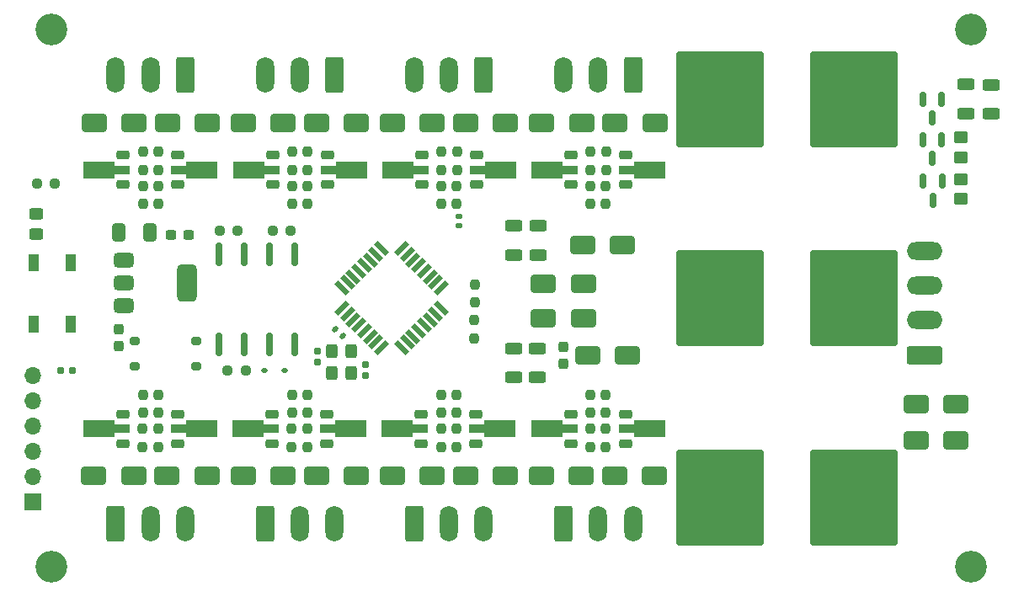
<source format=gbr>
%TF.GenerationSoftware,KiCad,Pcbnew,8.0.2*%
%TF.CreationDate,2024-10-12T15:12:06+02:00*%
%TF.ProjectId,OSSD-8A,4f535344-2d38-4412-9e6b-696361645f70,rev?*%
%TF.SameCoordinates,Original*%
%TF.FileFunction,Soldermask,Top*%
%TF.FilePolarity,Negative*%
%FSLAX46Y46*%
G04 Gerber Fmt 4.6, Leading zero omitted, Abs format (unit mm)*
G04 Created by KiCad (PCBNEW 8.0.2) date 2024-10-12 15:12:06*
%MOMM*%
%LPD*%
G01*
G04 APERTURE LIST*
G04 Aperture macros list*
%AMRoundRect*
0 Rectangle with rounded corners*
0 $1 Rounding radius*
0 $2 $3 $4 $5 $6 $7 $8 $9 X,Y pos of 4 corners*
0 Add a 4 corners polygon primitive as box body*
4,1,4,$2,$3,$4,$5,$6,$7,$8,$9,$2,$3,0*
0 Add four circle primitives for the rounded corners*
1,1,$1+$1,$2,$3*
1,1,$1+$1,$4,$5*
1,1,$1+$1,$6,$7*
1,1,$1+$1,$8,$9*
0 Add four rect primitives between the rounded corners*
20,1,$1+$1,$2,$3,$4,$5,0*
20,1,$1+$1,$4,$5,$6,$7,0*
20,1,$1+$1,$6,$7,$8,$9,0*
20,1,$1+$1,$8,$9,$2,$3,0*%
%AMRotRect*
0 Rectangle, with rotation*
0 The origin of the aperture is its center*
0 $1 length*
0 $2 width*
0 $3 Rotation angle, in degrees counterclockwise*
0 Add horizontal line*
21,1,$1,$2,0,0,$3*%
%AMFreePoly0*
4,1,9,3.862500,-0.866500,0.737500,-0.866500,0.737500,-0.450000,-0.737500,-0.450000,-0.737500,0.450000,0.737500,0.450000,0.737500,0.866500,3.862500,0.866500,3.862500,-0.866500,3.862500,-0.866500,$1*%
G04 Aperture macros list end*
%ADD10RoundRect,0.250000X0.450000X-0.325000X0.450000X0.325000X-0.450000X0.325000X-0.450000X-0.325000X0*%
%ADD11RoundRect,0.250000X-0.412500X-0.650000X0.412500X-0.650000X0.412500X0.650000X-0.412500X0.650000X0*%
%ADD12RoundRect,0.225000X0.425000X0.225000X-0.425000X0.225000X-0.425000X-0.225000X0.425000X-0.225000X0*%
%ADD13FreePoly0,180.000000*%
%ADD14RoundRect,0.237500X-0.237500X0.250000X-0.237500X-0.250000X0.237500X-0.250000X0.237500X0.250000X0*%
%ADD15RoundRect,0.250000X1.000000X0.650000X-1.000000X0.650000X-1.000000X-0.650000X1.000000X-0.650000X0*%
%ADD16RoundRect,0.237500X0.237500X-0.250000X0.237500X0.250000X-0.237500X0.250000X-0.237500X-0.250000X0*%
%ADD17RoundRect,0.250000X0.625000X-0.312500X0.625000X0.312500X-0.625000X0.312500X-0.625000X-0.312500X0*%
%ADD18RoundRect,0.249999X4.150001X4.550001X-4.150001X4.550001X-4.150001X-4.550001X4.150001X-4.550001X0*%
%ADD19RoundRect,0.225000X-0.425000X-0.225000X0.425000X-0.225000X0.425000X0.225000X-0.425000X0.225000X0*%
%ADD20FreePoly0,0.000000*%
%ADD21RoundRect,0.200000X-0.300000X-0.200000X0.300000X-0.200000X0.300000X0.200000X-0.300000X0.200000X0*%
%ADD22RoundRect,0.140000X0.219203X0.021213X0.021213X0.219203X-0.219203X-0.021213X-0.021213X-0.219203X0*%
%ADD23RoundRect,0.250000X-0.625000X0.312500X-0.625000X-0.312500X0.625000X-0.312500X0.625000X0.312500X0*%
%ADD24RotRect,1.600000X0.550000X45.000000*%
%ADD25RotRect,1.600000X0.550000X135.000000*%
%ADD26RoundRect,0.250000X0.650000X1.550000X-0.650000X1.550000X-0.650000X-1.550000X0.650000X-1.550000X0*%
%ADD27O,1.800000X3.600000*%
%ADD28RoundRect,0.250000X-1.000000X-0.650000X1.000000X-0.650000X1.000000X0.650000X-1.000000X0.650000X0*%
%ADD29RoundRect,0.237500X-0.237500X0.300000X-0.237500X-0.300000X0.237500X-0.300000X0.237500X0.300000X0*%
%ADD30RoundRect,0.237500X0.300000X0.237500X-0.300000X0.237500X-0.300000X-0.237500X0.300000X-0.237500X0*%
%ADD31R,1.700000X1.700000*%
%ADD32O,1.700000X1.700000*%
%ADD33RoundRect,0.300000X-0.300000X0.400000X-0.300000X-0.400000X0.300000X-0.400000X0.300000X0.400000X0*%
%ADD34C,3.200000*%
%ADD35RoundRect,0.155000X-0.155000X0.212500X-0.155000X-0.212500X0.155000X-0.212500X0.155000X0.212500X0*%
%ADD36RoundRect,0.237500X-0.250000X-0.237500X0.250000X-0.237500X0.250000X0.237500X-0.250000X0.237500X0*%
%ADD37RoundRect,0.250000X-0.650000X-1.550000X0.650000X-1.550000X0.650000X1.550000X-0.650000X1.550000X0*%
%ADD38R,1.100000X1.800000*%
%ADD39RoundRect,0.162500X0.162500X-1.012500X0.162500X1.012500X-0.162500X1.012500X-0.162500X-1.012500X0*%
%ADD40RoundRect,0.150000X-0.150000X0.587500X-0.150000X-0.587500X0.150000X-0.587500X0.150000X0.587500X0*%
%ADD41RoundRect,0.250000X1.550000X-0.650000X1.550000X0.650000X-1.550000X0.650000X-1.550000X-0.650000X0*%
%ADD42O,3.600000X1.800000*%
%ADD43RoundRect,0.112500X-0.187500X-0.112500X0.187500X-0.112500X0.187500X0.112500X-0.187500X0.112500X0*%
%ADD44RoundRect,0.140000X-0.170000X0.140000X-0.170000X-0.140000X0.170000X-0.140000X0.170000X0.140000X0*%
%ADD45RoundRect,0.237500X0.237500X-0.300000X0.237500X0.300000X-0.237500X0.300000X-0.237500X-0.300000X0*%
%ADD46RoundRect,0.160000X0.197500X0.160000X-0.197500X0.160000X-0.197500X-0.160000X0.197500X-0.160000X0*%
%ADD47RoundRect,0.155000X0.155000X-0.212500X0.155000X0.212500X-0.155000X0.212500X-0.155000X-0.212500X0*%
%ADD48RoundRect,0.250000X0.450000X-0.350000X0.450000X0.350000X-0.450000X0.350000X-0.450000X-0.350000X0*%
%ADD49RoundRect,0.375000X-0.625000X-0.375000X0.625000X-0.375000X0.625000X0.375000X-0.625000X0.375000X0*%
%ADD50RoundRect,0.500000X-0.500000X-1.400000X0.500000X-1.400000X0.500000X1.400000X-0.500000X1.400000X0*%
G04 APERTURE END LIST*
D10*
%TO.C,D4*%
X90500000Y-41025000D03*
X90500000Y-38975000D03*
%TD*%
D11*
%TO.C,C303*%
X98795500Y-40903000D03*
X101920500Y-40903000D03*
%TD*%
D12*
%TO.C,Q41*%
X99236000Y-62127500D03*
D13*
X99148500Y-60627500D03*
D12*
X99236000Y-59127500D03*
%TD*%
D14*
%TO.C,R53*%
X102806000Y-32763500D03*
X102806000Y-34588500D03*
%TD*%
D15*
%TO.C,D1503*%
X182975000Y-61824000D03*
X178975000Y-61824000D03*
%TD*%
D16*
%TO.C,R43*%
X101194000Y-62429000D03*
X101194000Y-60604000D03*
%TD*%
D14*
%TO.C,R73*%
X132806000Y-32763500D03*
X132806000Y-34588500D03*
%TD*%
D16*
%TO.C,R13*%
X146194000Y-62429000D03*
X146194000Y-60604000D03*
%TD*%
D17*
%TO.C,R103*%
X138500000Y-55462500D03*
X138500000Y-52537500D03*
%TD*%
%TO.C,R104*%
X140913000Y-55462500D03*
X140913000Y-52537500D03*
%TD*%
D18*
%TO.C,C1502*%
X172750000Y-47500000D03*
X159250000Y-47500000D03*
%TD*%
D19*
%TO.C,Q22*%
X134734000Y-59127500D03*
D20*
X134821500Y-60627500D03*
D19*
X134734000Y-62127500D03*
%TD*%
D21*
%TO.C,D301*%
X100430000Y-51816000D03*
X100430000Y-54356000D03*
X106580000Y-54356000D03*
X106580000Y-51816000D03*
%TD*%
D16*
%TO.C,R72*%
X131253000Y-38017500D03*
X131253000Y-36192500D03*
%TD*%
D22*
%TO.C,C3*%
X121285361Y-51322047D03*
X120606539Y-50643225D03*
%TD*%
D15*
%TO.C,D11*%
X145302000Y-65326500D03*
X141302000Y-65326500D03*
%TD*%
D23*
%TO.C,R101*%
X140947000Y-40193500D03*
X140947000Y-43118500D03*
%TD*%
D16*
%TO.C,R14*%
X147747000Y-62429000D03*
X147747000Y-60604000D03*
%TD*%
D19*
%TO.C,Q81*%
X149764000Y-33065000D03*
D20*
X149851500Y-34565000D03*
D19*
X149764000Y-36065000D03*
%TD*%
D16*
%TO.C,R62*%
X116253000Y-38017500D03*
X116253000Y-36192500D03*
%TD*%
D15*
%TO.C,D82*%
X145332000Y-29866000D03*
X141332000Y-29866000D03*
%TD*%
D19*
%TO.C,Q71*%
X134764000Y-33065000D03*
D20*
X134851500Y-34565000D03*
D19*
X134764000Y-36065000D03*
%TD*%
D24*
%TO.C,U1*%
X121252897Y-48523305D03*
X121818583Y-49088990D03*
X122384268Y-49654676D03*
X122949953Y-50220361D03*
X123515639Y-50786047D03*
X124081324Y-51351732D03*
X124647010Y-51917417D03*
X125212695Y-52483103D03*
D25*
X127263305Y-52483103D03*
X127828990Y-51917417D03*
X128394676Y-51351732D03*
X128960361Y-50786047D03*
X129526047Y-50220361D03*
X130091732Y-49654676D03*
X130657417Y-49088990D03*
X131223103Y-48523305D03*
D24*
X131223103Y-46472695D03*
X130657417Y-45907010D03*
X130091732Y-45341324D03*
X129526047Y-44775639D03*
X128960361Y-44209953D03*
X128394676Y-43644268D03*
X127828990Y-43078583D03*
X127263305Y-42512897D03*
D25*
X125212695Y-42512897D03*
X124647010Y-43078583D03*
X124081324Y-43644268D03*
X123515639Y-44209953D03*
X122949953Y-44775639D03*
X122384268Y-45341324D03*
X121818583Y-45907010D03*
X121252897Y-46472695D03*
%TD*%
D12*
%TO.C,Q11*%
X144236000Y-62127500D03*
D13*
X144148500Y-60627500D03*
D12*
X144236000Y-59127500D03*
%TD*%
D26*
%TO.C,J61*%
X120500000Y-25000000D03*
D27*
X117000000Y-25000000D03*
X113500000Y-25000000D03*
%TD*%
D16*
%TO.C,R23*%
X131194000Y-62429000D03*
X131194000Y-60604000D03*
%TD*%
D14*
%TO.C,R83*%
X147806000Y-32763500D03*
X147806000Y-34588500D03*
%TD*%
D28*
%TO.C,D61*%
X118698000Y-29866000D03*
X122698000Y-29866000D03*
%TD*%
D14*
%TO.C,R41*%
X101223000Y-57175000D03*
X101223000Y-59000000D03*
%TD*%
D29*
%TO.C,C301*%
X98806000Y-50572500D03*
X98806000Y-52297500D03*
%TD*%
D19*
%TO.C,Q42*%
X104734000Y-59127500D03*
D20*
X104821500Y-60627500D03*
D19*
X104734000Y-62127500D03*
%TD*%
%TO.C,Q32*%
X119734000Y-59127500D03*
D20*
X119821500Y-60627500D03*
D19*
X119734000Y-62127500D03*
%TD*%
D30*
%TO.C,C302*%
X105792500Y-41157000D03*
X104067500Y-41157000D03*
%TD*%
D19*
%TO.C,Q61*%
X119764000Y-33065000D03*
D20*
X119851500Y-34565000D03*
D19*
X119764000Y-36065000D03*
%TD*%
D31*
%TO.C,J3*%
X90170000Y-67945000D03*
D32*
X90170000Y-65405000D03*
X90170000Y-62865000D03*
X90170000Y-60325000D03*
X90170000Y-57785000D03*
X90170000Y-55245000D03*
%TD*%
D15*
%TO.C,D502*%
X145500000Y-49500000D03*
X141500000Y-49500000D03*
%TD*%
D14*
%TO.C,R21*%
X131223000Y-57175000D03*
X131223000Y-59000000D03*
%TD*%
%TO.C,R64*%
X116253000Y-32763500D03*
X116253000Y-34588500D03*
%TD*%
D16*
%TO.C,R52*%
X101253000Y-38017500D03*
X101253000Y-36192500D03*
%TD*%
D33*
%TO.C,Y1*%
X120264361Y-52813047D03*
X120264361Y-55013047D03*
X122164361Y-55013047D03*
X122164361Y-52813047D03*
%TD*%
D15*
%TO.C,D52*%
X100332000Y-29866000D03*
X96332000Y-29866000D03*
%TD*%
D34*
%TO.C,REF\u002A\u002A*%
X184500000Y-20500000D03*
%TD*%
D14*
%TO.C,R22*%
X132747000Y-57175000D03*
X132747000Y-59000000D03*
%TD*%
D19*
%TO.C,Q12*%
X149734000Y-59127500D03*
D20*
X149821500Y-60627500D03*
D19*
X149734000Y-62127500D03*
%TD*%
D35*
%TO.C,C2*%
X123571361Y-54124047D03*
X123571361Y-55259047D03*
%TD*%
D28*
%TO.C,D81*%
X148698000Y-29866000D03*
X152698000Y-29866000D03*
%TD*%
D36*
%TO.C,R4*%
X114276500Y-40687000D03*
X116101500Y-40687000D03*
%TD*%
D34*
%TO.C,REF\u002A\u002A*%
X92000000Y-20500000D03*
%TD*%
D15*
%TO.C,D21*%
X130302000Y-65326500D03*
X126302000Y-65326500D03*
%TD*%
D37*
%TO.C,J21*%
X128500000Y-70192500D03*
D27*
X132000000Y-70192500D03*
X135500000Y-70192500D03*
%TD*%
D28*
%TO.C,D32*%
X118668000Y-65326500D03*
X122668000Y-65326500D03*
%TD*%
D38*
%TO.C,SW1*%
X93980000Y-43900000D03*
X93980000Y-50100000D03*
X90280000Y-43900000D03*
X90280000Y-50100000D03*
%TD*%
D12*
%TO.C,Q62*%
X114266000Y-36065000D03*
D13*
X114178500Y-34565000D03*
D12*
X114266000Y-33065000D03*
%TD*%
D18*
%TO.C,C1501*%
X172750000Y-27500000D03*
X159250000Y-27500000D03*
%TD*%
D28*
%TO.C,D51*%
X103698000Y-29866000D03*
X107698000Y-29866000D03*
%TD*%
D14*
%TO.C,R32*%
X117747000Y-57175000D03*
X117747000Y-59000000D03*
%TD*%
D37*
%TO.C,J11*%
X143500000Y-70192500D03*
D27*
X147000000Y-70192500D03*
X150500000Y-70192500D03*
%TD*%
D15*
%TO.C,D1501*%
X182975000Y-58166000D03*
X178975000Y-58166000D03*
%TD*%
D39*
%TO.C,U3*%
X108839000Y-52150000D03*
X111379000Y-52150000D03*
X113919000Y-52150000D03*
X116459000Y-52150000D03*
X116459000Y-43100000D03*
X113919000Y-43100000D03*
X111379000Y-43100000D03*
X108839000Y-43100000D03*
%TD*%
D40*
%TO.C,Q1502*%
X181542000Y-31535500D03*
X179642000Y-31535500D03*
X180592000Y-33410500D03*
%TD*%
D12*
%TO.C,Q82*%
X144266000Y-36065000D03*
D13*
X144178500Y-34565000D03*
D12*
X144266000Y-33065000D03*
%TD*%
D15*
%TO.C,D31*%
X115302000Y-65326500D03*
X111302000Y-65326500D03*
%TD*%
D14*
%TO.C,R1505*%
X134587500Y-46077500D03*
X134587500Y-47902500D03*
%TD*%
D12*
%TO.C,Q21*%
X129236000Y-62127500D03*
D13*
X129148500Y-60627500D03*
D12*
X129236000Y-59127500D03*
%TD*%
D16*
%TO.C,R24*%
X132747000Y-62429000D03*
X132747000Y-60604000D03*
%TD*%
D34*
%TO.C,REF\u002A\u002A*%
X92000000Y-74500000D03*
%TD*%
D37*
%TO.C,J41*%
X98500000Y-70192500D03*
D27*
X102000000Y-70192500D03*
X105500000Y-70192500D03*
%TD*%
D18*
%TO.C,C1503*%
X172750000Y-67500000D03*
X159250000Y-67500000D03*
%TD*%
D15*
%TO.C,D501*%
X145500000Y-46000000D03*
X141500000Y-46000000D03*
%TD*%
D23*
%TO.C,R102*%
X138500000Y-40193500D03*
X138500000Y-43118500D03*
%TD*%
D41*
%TO.C,J62*%
X179820500Y-53201000D03*
D42*
X179820500Y-49701000D03*
X179820500Y-46201000D03*
X179820500Y-42701000D03*
%TD*%
D23*
%TO.C,R1503*%
X186500000Y-26037500D03*
X186500000Y-28962500D03*
%TD*%
D14*
%TO.C,R63*%
X117806000Y-32763500D03*
X117806000Y-34588500D03*
%TD*%
D19*
%TO.C,Q51*%
X104764000Y-33065000D03*
D20*
X104851500Y-34565000D03*
D19*
X104764000Y-36065000D03*
%TD*%
D28*
%TO.C,D42*%
X103668000Y-65326500D03*
X107668000Y-65326500D03*
%TD*%
D15*
%TO.C,D62*%
X115332000Y-29866000D03*
X111332000Y-29866000D03*
%TD*%
D43*
%TO.C,D1*%
X113411000Y-54784000D03*
X115511000Y-54784000D03*
%TD*%
D44*
%TO.C,C101*%
X132969000Y-39271000D03*
X132969000Y-40231000D03*
%TD*%
D14*
%TO.C,R74*%
X131253000Y-32763500D03*
X131253000Y-34588500D03*
%TD*%
D40*
%TO.C,Q1501*%
X181590000Y-35738000D03*
X179690000Y-35738000D03*
X180640000Y-37613000D03*
%TD*%
D26*
%TO.C,J81*%
X150500000Y-25000000D03*
D27*
X147000000Y-25000000D03*
X143500000Y-25000000D03*
%TD*%
D45*
%TO.C,C501*%
X143510000Y-54075500D03*
X143510000Y-52350500D03*
%TD*%
D28*
%TO.C,D22*%
X133668000Y-65326500D03*
X137668000Y-65326500D03*
%TD*%
D15*
%TO.C,D503*%
X149955000Y-53213000D03*
X145955000Y-53213000D03*
%TD*%
D46*
%TO.C,R2*%
X94133500Y-54749000D03*
X92938500Y-54749000D03*
%TD*%
D15*
%TO.C,D41*%
X100302000Y-65326500D03*
X96302000Y-65326500D03*
%TD*%
D47*
%TO.C,C1*%
X118745361Y-53921547D03*
X118745361Y-52786547D03*
%TD*%
D12*
%TO.C,Q72*%
X129266000Y-36065000D03*
D13*
X129178500Y-34565000D03*
D12*
X129266000Y-33065000D03*
%TD*%
D16*
%TO.C,R82*%
X146253000Y-38017500D03*
X146253000Y-36192500D03*
%TD*%
D48*
%TO.C,R1501*%
X183500000Y-37500000D03*
X183500000Y-35500000D03*
%TD*%
D14*
%TO.C,R54*%
X101253000Y-32763500D03*
X101253000Y-34588500D03*
%TD*%
D49*
%TO.C,U301*%
X99339000Y-43674000D03*
X99339000Y-45974000D03*
D50*
X105639000Y-45974000D03*
D49*
X99339000Y-48274000D03*
%TD*%
D40*
%TO.C,Q1503*%
X181529000Y-27513000D03*
X179629000Y-27513000D03*
X180579000Y-29388000D03*
%TD*%
D14*
%TO.C,R11*%
X146223000Y-57175000D03*
X146223000Y-59000000D03*
%TD*%
D48*
%TO.C,R1502*%
X183500000Y-33309000D03*
X183500000Y-31309000D03*
%TD*%
D15*
%TO.C,D504*%
X149415000Y-42164000D03*
X145415000Y-42164000D03*
%TD*%
D14*
%TO.C,R42*%
X102747000Y-57175000D03*
X102747000Y-59000000D03*
%TD*%
D16*
%TO.C,R44*%
X102747000Y-62429000D03*
X102747000Y-60604000D03*
%TD*%
%TO.C,R33*%
X116194000Y-62429000D03*
X116194000Y-60604000D03*
%TD*%
D36*
%TO.C,R3*%
X108942500Y-40687000D03*
X110767500Y-40687000D03*
%TD*%
D16*
%TO.C,R34*%
X117747000Y-62429000D03*
X117747000Y-60604000D03*
%TD*%
%TO.C,R51*%
X102777000Y-38017500D03*
X102777000Y-36192500D03*
%TD*%
D17*
%TO.C,R1504*%
X183971000Y-28935000D03*
X183971000Y-26010000D03*
%TD*%
D14*
%TO.C,R1506*%
X134500000Y-49675000D03*
X134500000Y-51500000D03*
%TD*%
D28*
%TO.C,D12*%
X148668000Y-65326500D03*
X152668000Y-65326500D03*
%TD*%
D36*
%TO.C,R6*%
X90587500Y-36000000D03*
X92412500Y-36000000D03*
%TD*%
D26*
%TO.C,J71*%
X135500000Y-25000000D03*
D27*
X132000000Y-25000000D03*
X128500000Y-25000000D03*
%TD*%
D14*
%TO.C,R84*%
X146253000Y-32763500D03*
X146253000Y-34588500D03*
%TD*%
D15*
%TO.C,D72*%
X130332000Y-29866000D03*
X126332000Y-29866000D03*
%TD*%
D34*
%TO.C,REF\u002A\u002A*%
X184500000Y-74500000D03*
%TD*%
D16*
%TO.C,R81*%
X147777000Y-38017500D03*
X147777000Y-36192500D03*
%TD*%
%TO.C,R71*%
X132777000Y-38017500D03*
X132777000Y-36192500D03*
%TD*%
D12*
%TO.C,Q52*%
X99266000Y-36065000D03*
D13*
X99178500Y-34565000D03*
D12*
X99266000Y-33065000D03*
%TD*%
D36*
%TO.C,R5*%
X109738500Y-54784000D03*
X111563500Y-54784000D03*
%TD*%
D16*
%TO.C,R61*%
X117777000Y-38017500D03*
X117777000Y-36192500D03*
%TD*%
D26*
%TO.C,J51*%
X105500000Y-25000000D03*
D27*
X102000000Y-25000000D03*
X98500000Y-25000000D03*
%TD*%
D37*
%TO.C,J31*%
X113500000Y-70192500D03*
D27*
X117000000Y-70192500D03*
X120500000Y-70192500D03*
%TD*%
D14*
%TO.C,R31*%
X116223000Y-57175000D03*
X116223000Y-59000000D03*
%TD*%
%TO.C,R12*%
X147747000Y-57175000D03*
X147747000Y-59000000D03*
%TD*%
D28*
%TO.C,D71*%
X133698000Y-29866000D03*
X137698000Y-29866000D03*
%TD*%
D12*
%TO.C,Q31*%
X114236000Y-62127500D03*
D13*
X114148500Y-60627500D03*
D12*
X114236000Y-59127500D03*
%TD*%
M02*

</source>
